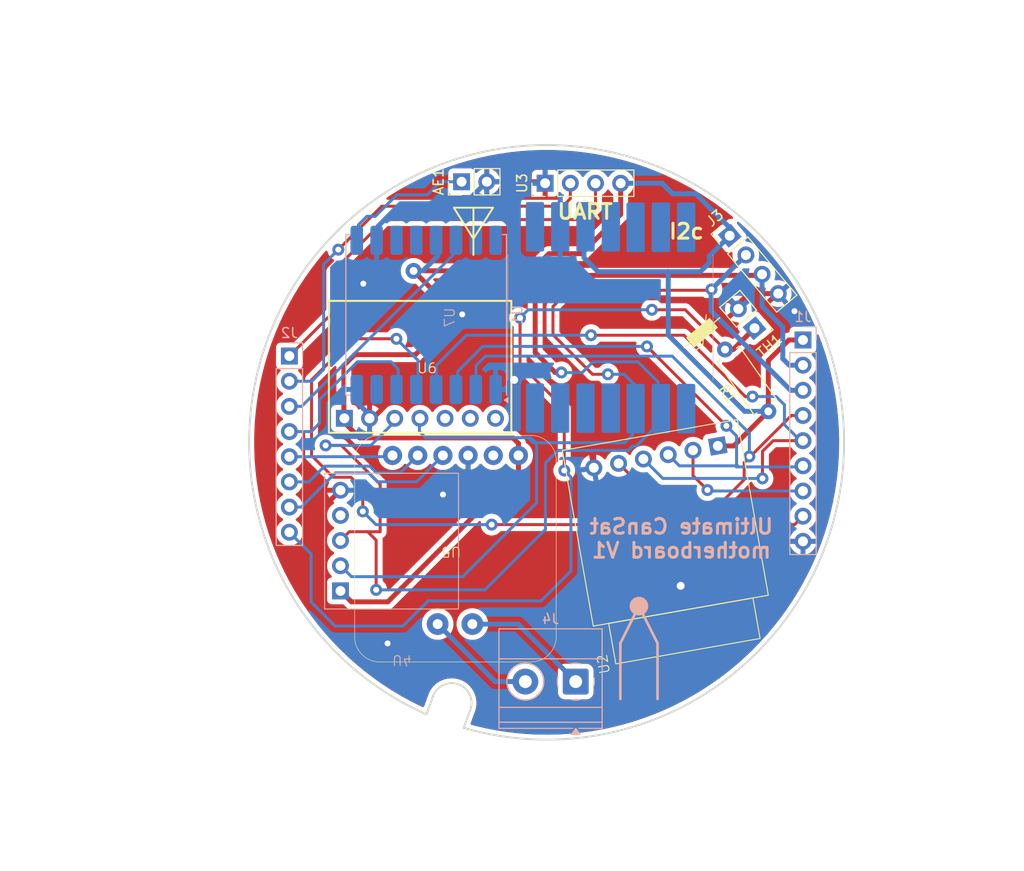
<source format=kicad_pcb>
(kicad_pcb (version 20241229) (generator "pcbnew") (generator_version "9.0")
  (layers (0 "F.Cu" signal) (2 "B.Cu" signal) (13 "F.Paste" user) (15 "B.Paste" user) (5 "F.SilkS" user "F.Silkscreen") (7 "B.SilkS" user "B.Silkscreen") (1 "F.Mask" user) (3 "B.Mask" user) (25 "Edge.Cuts" user))
  (net 0 "")
  (net 1 "GND")
  (net 2 "+3.3V")
  (net 3 "SCL")
  (net 4 "SDA")
  (net 5 "Net-(AE1-A)")
  (net 6 "CS1")
  (net 7 "CLK")
  (net 8 "MISO")
  (net 9 "MOSI")
  (net 10 "CS2")
  (net 11 "DO")
  (net 12 "RESET")
  (net 13 "Rx")
  (net 14 "Tx")
  (net 15 "CS3")
  (net 16 "Thermistor")
  (net 17 "DIO0")
  (net 18 "CLK1")
  (net 29 "Net-(J4-Pin_2)")
  (net 30 "Net-(J4-Pin_1)")
  (footprint "CanSat:MicroSd card" (layer "F.Cu") (at 144.656869 110.673759 100)
    (property "Reference" "U2" (at -10.807167 4.950365 100) (layer "F.SilkS") (effects (font (thickness 0.1))))
    (property "Value" "~")
    (pad "1" thru_hole rect (at 8.874999 20.125004 280) (size 1.7 1.7) (drill 1) (layers "*.Cu" "*.Mask") (net 2 "+3.3V"))
    (pad "2" thru_hole oval (at 8.874998 17.585007 280) (size 1.7 1.7) (drill 1) (layers "*.Cu" "*.Mask") (net 6 "CS1"))
    (pad "3" thru_hole oval (at 8.875 15.045006 280) (size 1.7 1.7) (drill 1) (layers "*.Cu" "*.Mask") (net 9 "MOSI"))
    (pad "4" thru_hole oval (at 8.875008 12.505008 280) (size 1.7 1.7) (drill 1) (layers "*.Cu" "*.Mask") (net 7 "CLK"))
    (pad "5" thru_hole oval (at 8.875002 9.964989 280) (size 1.7 1.7) (drill 1) (layers "*.Cu" "*.Mask") (net 8 "MISO"))
    (pad "6" thru_hole oval (at 8.875006 7.425004 280) (size 1.7 1.7) (drill 1) (layers "*.Cu" "*.Mask") (net 1 "GND"))
  )
  (footprint "Connector_PinHeader_2.54mm:PinHeader_1x02_P2.54mm_Vertical" (layer "F.Cu") (at 137.095001 71.780001 90)
    (property "Reference" "AE1" (at -0.000002 -2.33 90) (layer "F.SilkS"))
    (property "Value" "Antenna_Shield")
    (pad "1" thru_hole rect (at 0 0 90) (size 1.7 1.7) (drill 1) (layers "*.Cu" "*.Mask") (net 5 "Net-(AE1-A)"))
    (pad "2" thru_hole oval (at 0 2.54 90) (size 1.7 1.7) (drill 1) (layers "*.Cu" "*.Mask") (net 1 "GND"))
  )
  (footprint "Connector_PinHeader_2.54mm:PinHeader_1x04_P2.54mm_Vertical" (layer "F.Cu") (at 145.519999 71.929999 90)
    (property "Reference" "U3" (at -0.000002 -2.33 90) (layer "F.SilkS"))
    (property "Value" "~")
    (pad "1" thru_hole rect (at 0 0 90) (size 1.7 1.7) (drill 1) (layers "*.Cu" "*.Mask") (net 1 "GND"))
    (pad "2" thru_hole oval (at 0 2.54 90) (size 1.7 1.7) (drill 1) (layers "*.Cu" "*.Mask") (net 14 "Tx"))
    (pad "3" thru_hole oval (at 0 5.08 90) (size 1.7 1.7) (drill 1) (layers "*.Cu" "*.Mask") (net 13 "Rx"))
    (pad "4" thru_hole oval (at 0 7.62 90) (size 1.7 1.7) (drill 1) (layers "*.Cu" "*.Mask") (net 2 "+3.3V"))
  )
  (footprint "CanSat:Max31855" (layer "F.Cu") (at 136.053547 108.624548 180)
    (property "Reference" "U5" (at 0 -0.5 180) (layer "F.SilkS") (effects (font (thickness 0.1))))
    (property "Value" "~")
    (pad "1" thru_hole circle (at 1.37355 -7.79345 180) (size 2.1844 2.1844) (drill 1) (layers "*.Cu" "*.Mask") (net 29 "Net-(J4-Pin_2)"))
    (pad "2" thru_hole circle (at -2.12645 -7.79345 180) (size 2.1844 2.1844) (drill 1) (layers "*.Cu" "*.Mask") (net 30 "Net-(J4-Pin_1)"))
    (pad "3" thru_hole circle (at -6.776451 9.224549 270) (size 1.9304 1.9304) (drill 1) (layers "*.Cu" "*.Mask") (net 2 "+3.3V"))
    (pad "4" thru_hole circle (at -4.236451 9.224549 270) (size 1.9304 1.9304) (drill 1) (layers "*.Cu" "*.Mask"))
    (pad "5" thru_hole circle (at -1.696451 9.224549 270) (size 1.9304 1.9304) (drill 1) (layers "*.Cu" "*.Mask") (net 1 "GND"))
    (pad "6" thru_hole circle (at 0.843549 9.224549 270) (size 1.9304 1.9304) (drill 1) (layers "*.Cu" "*.Mask") (net 11 "DO"))
    (pad "7" thru_hole circle (at 3.383549 9.224549 270) (size 1.9304 1.9304) (drill 1) (layers "*.Cu" "*.Mask") (net 15 "CS3"))
    (pad "8" thru_hole circle (at 5.923549 9.224549 270) (size 1.9304 1.9304) (drill 1) (layers "*.Cu" "*.Mask") (net 18 "CLK1"))
  )
  (footprint "Connector_PinHeader_2.54mm:PinHeader_1x04_P2.54mm_Vertical" (layer "F.Cu") (at 164.134639 77.228496 40)
    (property "Reference" "J3" (at 0.000001 -2.329999 40) (layer "F.SilkS"))
    (property "Value" "Conn_01x04")
    (pad "1" thru_hole rect (at 0 0 40) (size 1.7 1.7) (drill 1) (layers "*.Cu" "*.Mask") (net 2 "+3.3V"))
    (pad "2" thru_hole oval (at 0 2.54 40) (size 1.7 1.7) (drill 1) (layers "*.Cu" "*.Mask") (net 4 "SDA"))
    (pad "3" thru_hole oval (at 0 5.08 40) (size 1.7 1.7) (drill 1) (layers "*.Cu" "*.Mask") (net 3 "SCL"))
    (pad "4" thru_hole oval (at 0 7.620001 40) (size 1.7 1.7) (drill 1) (layers "*.Cu" "*.Mask") (net 1 "GND"))
  )
  (footprint "CanSat:MS5611" (layer "F.Cu") (at 133.611002 91.105005)
    (property "Reference" "U6" (at 0.000001 -0.500001 0) (layer "F.SilkS") (effects (font (thickness 0.1))))
    (property "Value" "~")
    (pad "1" thru_hole rect (at -8.340001 4.549998 90) (size 1.7 1.7) (drill 1) (layers "*.Cu" "*.Mask") (net 2 "+3.3V"))
    (pad "2" thru_hole oval (at -5.799998 4.550002 90) (size 1.7 1.7) (drill 1) (layers "*.Cu" "*.Mask") (net 1 "GND"))
    (pad "3" thru_hole oval (at -3.260005 4.549999 90) (size 1.7 1.7) (drill 1) (layers "*.Cu" "*.Mask") (net 3 "SCL"))
    (pad "4" thru_hole oval (at -0.72 4.549999 90) (size 1.7 1.7) (drill 1) (layers "*.Cu" "*.Mask") (net 4 "SDA"))
    (pad "5" thru_hole oval (at 1.819999 4.549997 90) (size 1.7 1.7) (drill 1) (layers "*.Cu" "*.Mask"))
    (pad "6" thru_hole oval (at 4.359998 4.549997 90) (size 1.7 1.7) (drill 1) (layers "*.Cu" "*.Mask"))
    (pad "7" thru_hole oval (at 6.899998 4.549995 90) (size 1.7 1.7) (drill 1) (layers "*.Cu" "*.Mask"))
  )
  (footprint "Connector_PinHeader_2.54mm:PinHeader_1x02_P2.54mm_Vertical" (layer "F.Cu") (at 166.64 86.56 -140)
    (property "Reference" "TH1" (at -0.000002 -2.329988 40) (layer "F.SilkS"))
    (property "Value" "Thermistor_NTC")
    (pad "1" thru_hole rect (at 0 0 220) (size 1.7 1.7) (drill 1) (layers "*.Cu" "*.Mask") (net 16 "Thermistor"))
    (pad "2" thru_hole oval (at 0 2.54 220) (size 1.7 1.7) (drill 1) (layers "*.Cu" "*.Mask") (net 1 "GND"))
  )
  (footprint "Resistor_THT:R_Axial_DIN0207_L6.3mm_D2.5mm_P7.62mm_Horizontal" (layer "F.Cu") (at 168.030662 94.951946 125)
    (property "Reference" "R1" (at 3.810001 -2.37 125) (layer "F.SilkS"))
    (property "Value" "10K")
    (pad "1" thru_hole circle (at 0 0 125) (size 1.6 1.6) (drill 0.8) (layers "*.Cu" "*.Mask") (net 2 "+3.3V"))
    (pad "2" thru_hole oval (at 7.62 0.000001 125) (size 1.6 1.6) (drill 0.8) (layers "*.Cu" "*.Mask") (net 16 "Thermistor"))
  )
  (footprint "Connector_PinHeader_2.54mm:PinHeader_1x08_P2.54mm_Vertical" (layer "B.Cu") (at 119.725 89.37 180)
    (property "Reference" "J2" (at 0 2.33 0) (layer "B.SilkS") (effects (justify mirror)))
    (property "Value" "Conn_01x08_Pin")
    (pad "1" thru_hole rect (at 0 0 180) (size 1.7 1.7) (drill 1) (layers "*.Cu" "*.Mask") (net 13 "Rx"))
    (pad "2" thru_hole oval (at 0 -2.54 180) (size 1.7 1.7) (drill 1) (layers "*.Cu" "*.Mask") (net 14 "Tx"))
    (pad "3" thru_hole oval (at 0 -5.08 180) (size 1.7 1.7) (drill 1) (layers "*.Cu" "*.Mask") (net 17 "DIO0"))
    (pad "4" thru_hole oval (at 0 -7.62 180) (size 1.7 1.7) (drill 1) (layers "*.Cu" "*.Mask") (net 12 "RESET"))
    (pad "5" thru_hole oval (at 0 -10.16 180) (size 1.7 1.7) (drill 1) (layers "*.Cu" "*.Mask") (net 18 "CLK1"))
    (pad "6" thru_hole oval (at 0 -12.7 180) (size 1.7 1.7) (drill 1) (layers "*.Cu" "*.Mask") (net 15 "CS3"))
    (pad "7" thru_hole oval (at 0 -15.24 180) (size 1.7 1.7) (drill 1) (layers "*.Cu" "*.Mask") (net 11 "DO"))
    (pad "8" thru_hole oval (at 0 -17.78 180) (size 1.7 1.7) (drill 1) (layers "*.Cu" "*.Mask") (net 16 "Thermistor"))
  )
  (footprint "RF_Module:HOPERF_RFM9XW_SMD" (layer "B.Cu") (at 133.524 85.213 90)
    (property "Reference" "U1" (at 0 9.200002 90) (layer "B.SilkS") (effects (justify mirror)))
    (property "Value" "RFM95W-868S2")
    (pad "1" smd roundrect (at -7.525 7 90) (size 2.95 1.27) (layers "B.Cu" "B.Mask" "B.Paste") (net 1 "GND"))
    (pad "2" smd roundrect (at -7.525 5 90) (size 2.95 1.27) (layers "B.Cu" "B.Mask" "B.Paste") (net 8 "MISO"))
    (pad "3" smd roundrect (at -7.525 3 90) (size 2.95 1.27) (layers "B.Cu" "B.Mask" "B.Paste") (net 9 "MOSI"))
    (pad "4" smd roundrect (at -7.525 1 90) (size 2.95 1.27) (layers "B.Cu" "B.Mask" "B.Paste") (net 7 "CLK"))
    (pad "5" smd roundrect (at -7.525 -1 90) (size 2.95 1.27) (layers "B.Cu" "B.Mask" "B.Paste") (net 10 "CS2"))
    (pad "6" smd roundrect (at -7.525 -3 90) (size 2.95 1.27) (layers "B.Cu" "B.Mask" "B.Paste") (net 12 "RESET"))
    (pad "7" smd roundrect (at -7.525 -5 90) (size 2.95 1.27) (layers "B.Cu" "B.Mask" "B.Paste"))
    (pad "8" smd roundrect (at -7.525 -7 90) (size 2.95 1.27) (layers "B.Cu" "B.Mask" "B.Paste") (net 1 "GND"))
    (pad "9" smd roundrect (at 7.525 -7 90) (size 2.95 1.27) (layers "B.Cu" "B.Mask" "B.Paste") (net 5 "Net-(AE1-A)"))
    (pad "10" smd roundrect (at 7.525 -5 90) (size 2.95 1.27) (layers "B.Cu" "B.Mask" "B.Paste") (net 1 "GND"))
    (pad "11" smd roundrect (at 7.525 -3 90) (size 2.95 1.27) (layers "B.Cu" "B.Mask" "B.Paste"))
    (pad "12" smd roundrect (at 7.525 -1 90) (size 2.95 1.27) (layers "B.Cu" "B.Mask" "B.Paste"))
    (pad "13" smd roundrect (at 7.525 1 90) (size 2.95 1.27) (layers "B.Cu" "B.Mask" "B.Paste") (net 2 "+3.3V"))
    (pad "14" smd roundrect (at 7.525 3 90) (size 2.95 1.27) (layers "B.Cu" "B.Mask" "B.Paste") (net 17 "DIO0"))
    (pad "15" smd roundrect (at 7.525 5 90) (size 2.95 1.27) (layers "B.Cu" "B.Mask" "B.Paste"))
    (pad "16" smd roundrect (at 7.525 7 90) (size 2.95 1.27) (layers "B.Cu" "B.Mask" "B.Paste"))
  )
  (footprint "CanSat:RTC" (layer "B.Cu") (at 130.155001 118.945)
    (property "Reference" "U4" (at 0.93 1.12 180) (layer "B.SilkS") (effects (font (thickness 0.1)) (justify mirror)))
    (property "Value" "~")
    (pad "1" thru_hole rect (at -5.275 -5.875) (size 1.7 1.7) (drill 1) (layers "*.Cu" "*.Mask") (net 2 "+3.3V"))
    (pad "2" thru_hole oval (at -5.275 -8.415) (size 1.7 1.7) (drill 1) (layers "*.Cu" "*.Mask") (net 4 "SDA"))
    (pad "3" thru_hole oval (at -5.275 -10.955) (size 1.7 1.7) (drill 1) (layers "*.Cu" "*.Mask") (net 3 "SCL"))
    (pad "4" thru_hole oval (at -5.275 -13.495) (size 1.7 1.7) (drill 1) (layers "*.Cu" "*.Mask"))
    (pad "5" thru_hole oval (at -5.275 -16.035) (size 1.7 1.7) (drill 1) (layers "*.Cu" "*.Mask") (net 1 "GND"))
  )
  (footprint "TerminalBlock_Phoenix:TerminalBlock_Phoenix_MKDS-1,5-2-5.08_1x02_P5.08mm_Horizontal" (layer "B.Cu") (at 148.605 122.2225 180)
    (property "Reference" "J4" (at 2.54 6.32 0) (layer "B.SilkS") (effects (justify mirror)))
    (property "Value" "Screw_Terminal_01x02")
    (pad "1" thru_hole roundrect (at 0 0 180) (size 2.6 2.6) (drill 1.3) (layers "*.Cu" "*.Mask") (roundrect_rratio 0.096154) (net 30 "Net-(J4-Pin_1)"))
    (pad "2" thru_hole circle (at 5.08 0 180) (size 2.6 2.6) (drill 1.3) (layers "*.Cu" "*.Mask") (net 29 "Net-(J4-Pin_2)"))
  )
  (footprint "CanSat:BNO055+BMP280 adafruit" (layer "B.Cu") (at 133.694 108.927 -90)
    (property "Reference" "U7" (at -23.449999 -2.2 90) (layer "B.SilkS") (effects (font (thickness 0.1)) (justify mirror)))
    (property "Value" "~")
    (pad "1" smd roundrect (at -32.6 -10.8 270) (size 5 1.85) (layers "B.Cu" "B.Mask" "B.Paste") (roundrect_rratio 0.1))
    (pad "2" smd roundrect (at -32.6 -13.35 270) (size 5 1.85) (layers "B.Cu" "B.Mask" "B.Paste") (roundrect_rratio 0.1) (net 1 "GND"))
    (pad "3" smd roundrect (at -32.6 -15.9 270) (size 5 1.85) (layers "B.Cu" "B.Mask" "B.Paste") (roundrect_rratio 0.1) (net 2 "+3.3V"))
    (pad "4" smd roundrect (at -32.6 -18.45 270) (size 5 1.85) (layers "B.Cu" "B.Mask" "B.Paste") (roundrect_rratio 0.1))
    (pad "5" smd roundrect (at -32.55 -20.95 270) (size 5 1.85) (layers "B.Cu" "B.Mask" "B.Paste") (roundrect_rratio 0.1))
    (pad "6" smd roundrect (at -32.55 -23.5 270) (size 5 1.85) (layers "B.Cu" "B.Mask" "B.Paste") (roundrect_rratio 0.1))
    (pad "7" smd roundrect (at -32.55 -26.05 270) (size 5 1.85) (layers "B.Cu" "B.Mask" "B.Paste") (roundrect_rratio 0.1))
    (pad "8" smd roundrect (at -14.3 -10.8 270) (size 5 1.85) (layers "B.Cu" "B.Mask" "B.Paste") (roundrect_rratio 0.1))
    (pad "9" smd roundrect (at -14.3 -13.35 270) (size 5 1.85) (layers "B.Cu" "B.Mask" "B.Paste") (roundrect_rratio 0.1))
    (pad "10" smd roundrect (at -14.3 -15.9 270) (size 5 1.85) (layers "B.Cu" "B.Mask" "B.Paste") (roundrect_rratio 0.1))
    (pad "11" smd roundrect (at -14.3 -18.45 270) (size 5 1.85) (layers "B.Cu" "B.Mask" "B.Paste") (roundrect_rratio 0.1))
    (pad "12" smd roundrect (at -14.25 -20.95 270) (size 5 1.85) (layers "B.Cu" "B.Mask" "B.Paste") (roundrect_rratio 0.1) (net 4 "SDA"))
    (pad "13" smd roundrect (at -14.25 -23.5 270) (size 5 1.85) (layers "B.Cu" "B.Mask" "B.Paste") (roundrect_rratio 0.1) (net 3 "SCL"))
    (pad "14" smd roundrect (at -14.25 -26.05 270) (size 5 1.85) (layers "B.Cu" "B.Mask" "B.Paste") (roundrect_rratio 0.1))
  )
  (footprint "Connector_PinHeader_2.54mm:PinHeader_1x09_P2.54mm_Vertical" (layer "B.Cu") (at 171.525 87.75 180)
    (property "Reference" "J1" (at 0 2.33 0) (layer "B.SilkS") (effects (justify mirror)))
    (property "Value" "Conn_01x09_Pin")
    (pad "1" thru_hole rect (at 0 0 180) (size 1.7 1.7) (drill 1) (layers "*.Cu" "*.Mask") (net 2 "+3.3V"))
    (pad "2" thru_hole oval (at 0 -2.54 180) (size 1.7 1.7) (drill 1) (layers "*.Cu" "*.Mask") (net 3 "SCL"))
    (pad "3" thru_hole oval (at 0 -5.08 180) (size 1.7 1.7) (drill 1) (layers "*.Cu" "*.Mask") (net 4 "SDA"))
    (pad "4" thru_hole oval (at 0 -7.62 180) (size 1.7 1.7) (drill 1) (layers "*.Cu" "*.Mask") (net 8 "MISO"))
    (pad "5" thru_hole oval (at 0 -10.16 180) (size 1.7 1.7) (drill 1) (layers "*.Cu" "*.Mask") (net 7 "CLK"))
    (pad "6" thru_hole oval (at 0 -12.7 180) (size 1.7 1.7) (drill 1) (layers "*.Cu" "*.Mask") (net 9 "MOSI"))
    (pad "7" thru_hole oval (at 0 -15.24 180) (size 1.7 1.7) (drill 1) (layers "*.Cu" "*.Mask") (net 6 "CS1"))
    (pad "8" thru_hole oval (at 0 -17.78 180) (size 1.7 1.7) (drill 1) (layers "*.Cu" "*.Mask") (net 10 "CS2"))
    (pad "9" thru_hole oval (at 0 -20.32 180) (size 1.7 1.7) (drill 1) (layers "*.Cu" "*.Mask") (net 1 "GND"))
  )
  (gr_poly (pts (xy 138.285998 77.53575) (xy 136.312461 74.4) (xy 140.267536 74.4)) (stroke (width 0.192317)) (fill no) (layer "F.SilkS"))
  (gr_line (start 160.664798 88.842887) (end 161.421947 88.207562) (stroke (width 0.104041)) (layer "F.SilkS"))
  (gr_line (start 161.421947 88.207562) (end 161.778052 85.192438) (stroke (width 0.104041)) (layer "F.SilkS"))
  (gr_line (start 162.52846 86.005815) (end 163.126211 85.504241) (stroke (width 0.130051)) (layer "F.SilkS"))
  (gr_line (start 138.285998 79.166381) (end 138.29 74.4) (stroke (width 0.192317)) (layer "F.SilkS"))
  (gr_poly (pts (xy 162.854828 86.495924) (xy 160.563449 88.418619) (xy 159.811092 87.521995) (xy 162.102469 85.599299)) (stroke (width 0.130051)) (fill yes) (layer "F.SilkS"))
  (gr_line (start 159.539708 88.513675) (end 160.137458 88.012103) (stroke (width 0.130051)) (layer "F.SilkS"))
  (gr_line (start 153.104999 118.353271) (end 153.104998 123.978273) (stroke (width 0.264583)) (layer "B.SilkS"))
  (gr_line (start 154.979997 114.603279) (end 153.104999 118.353271) (stroke (width 0.264583)) (layer "B.SilkS"))
  (gr_poly (pts (xy 155.01279 115.108941) (xy 155.045476 115.105757) (xy 155.077942 115.100456) (xy 155.110093 115.093028) (xy 155.141815 115.08348) (xy 155.173012 115.071813) (xy 155.203558 115.058022) (xy 155.23336 115.04211) (xy 155.247882 115.033406) (xy 155.262046 115.024254) (xy 155.275845 115.014679) (xy 155.289269 115.004693) (xy 155.302306 114.994301) (xy 155.314964 114.983514) (xy 155.327228 114.97235) (xy 155.339096 114.960816) (xy 155.350556 114.948921) (xy 155.361599 114.936683) (xy 155.372228 114.924109) (xy 155.382428 114.91122) (xy 155.392199 114.898009) (xy 155.401523 114.884505) (xy 155.41041 114.870706) (xy 155.418832 114.856636) (xy 155.42681 114.842304) (xy 155.434313 114.827708) (xy 155.441348 114.812875) (xy 155.447904 114.797815) (xy 155.453967 114.782531) (xy 155.459544 114.767043) (xy 155.464619 114.751361) (xy 155.469188 114.735487) (xy 155.473247 114.719447) (xy 155.476781 114.70324) (xy 155.479794 114.686888) (xy 155.482273 114.670393) (xy 155.48421 114.653777) (xy 155.485603 114.63704) (xy 155.486447 114.620203) (xy 155.486726 114.603271) (xy 155.485603 114.569502) (xy 155.482273 114.536149) (xy 155.476785 114.503306) (xy 155.46919 114.47106) (xy 155.459543 114.439502) (xy 155.447903 114.408728) (xy 155.434316 114.378835) (xy 155.418838 114.349909) (xy 155.401527 114.322041) (xy 155.382433 114.295327) (xy 155.3616 114.269861) (xy 155.339096 114.245734) (xy 155.314962 114.22303) (xy 155.289264 114.201855) (xy 155.262042 114.182292) (xy 155.233366 114.164433) (xy 155.203558 114.148522) (xy 155.173009 114.134732) (xy 155.141816 114.123066) (xy 155.110095 114.113515) (xy 155.077942 114.106094) (xy 155.045473 114.100787) (xy 155.012791 114.097602) (xy 154.980004 114.096544) (xy 154.947209 114.097605) (xy 154.914526 114.100787) (xy 154.882054 114.106089) (xy 154.849908 114.113515) (xy 154.818181 114.123062) (xy 154.786989 114.134728) (xy 154.756438 114.148518) (xy 154.726641 114.164431) (xy 154.712115 114.173143) (xy 154.697953 114.182287) (xy 154.684158 114.191864) (xy 154.670732 114.201851) (xy 154.657689 114.212246) (xy 154.645033 114.223031) (xy 154.632771 114.234197) (xy 154.620903 114.245728) (xy 154.60945 114.257622) (xy 154.598396 114.269863) (xy 154.587774 114.282431) (xy 154.577573 114.295323) (xy 154.567803 114.308535) (xy 154.55847 114.32204) (xy 154.549584 114.335836) (xy 154.541159 114.349908) (xy 154.53319 114.364241) (xy 154.525681 114.378837) (xy 154.518651 114.39367) (xy 154.5121 114.40873) (xy 154.506033 114.424014) (xy 154.500456 114.4395) (xy 154.49538 114.45519) (xy 154.49081 114.471057) (xy 154.486754 114.4871) (xy 154.483216 114.503304) (xy 154.480205 114.519659) (xy 154.477728 114.536153) (xy 154.475786 114.552766) (xy 154.474392 114.569503) (xy 154.473551 114.586341) (xy 154.473267 114.603271) (xy 154.474392 114.637039) (xy 154.477726 114.670395) (xy 154.483217 114.703241) (xy 154.490812 114.735489) (xy 154.500456 114.767039) (xy 154.512096 114.797813) (xy 154.525678 114.827711) (xy 154.541166 114.856643) (xy 154.558473 114.884501) (xy 154.577568 114.911212) (xy 154.598399 114.936686) (xy 154.620907 114.960813) (xy 154.645032 114.983512) (xy 154.670735 115.00469) (xy 154.697951 115.024261) (xy 154.726639 115.042115) (xy 154.756442 115.058024) (xy 154.786994 115.071813) (xy 154.818182 115.083483) (xy 154.849905 115.093026) (xy 154.882054 115.100452) (xy 154.91453 115.105758) (xy 154.947208 115.108941) (xy 154.98 115.11)) (stroke (width 0.861603)) (fill yes) (layer "B.SilkS"))
  (gr_line (start 156.854998 123.978272) (end 156.854999 118.353271) (stroke (width 0.264583)) (layer "B.SilkS"))
  (gr_line (start 156.854999 118.353271) (end 154.979997 114.603279) (stroke (width 0.264583)) (layer "B.SilkS"))
  (gr_line (start 133.55243 125.52165) (end 134.21364 123.704988) (stroke (width 0.2)) (layer "Edge.Cuts"))
  (gr_line (start 137.972417 125.073064) (end 137.311213 126.88973) (stroke (width 0.2)) (layer "Edge.Cuts"))
  (gr_arc (start 134.21364 123.704988) (mid 136.77708 122.509644) (end 137.972417 125.073064) (stroke (width 0.2)) (layer "Edge.Cuts"))
  (gr_arc (start 133.55243 125.52165) (mid 155.930207 69.886849) (end 137.311213 126.88973) (stroke (width 0.2)) (layer "Edge.Cuts"))
  (gr_text "I2c" (at 157.86 77.67 0) (layer "F.SilkS") (effects (font (size 1.5 1.5) (thickness 0.3) (bold yes)) (justify left bottom)))
  (gr_text "UART" (at 146.6 75.68 0) (layer "F.SilkS") (effects (font (size 1.5 1.5) (thickness 0.3) (bold yes)) (justify left bottom)))
  (gr_text "Ultimate CanSat\nmotherboard V1" (at 159.26 109.87 -0) (layer "B.SilkS") (effects (font (size 1.5 1.5) (thickness 0.3) (bold yes)) (justify bottom mirror)))
  (segment (start 124.880001 102.91) (end 122.23 105.560001) (width 0.5) (layer "F.Cu") (net 1))
  (segment (start 122.23 114.54) (end 126.06 118.37) (width 0.5) (layer "F.Cu") (net 1))
  (segment (start 139.635002 71.780001) (end 145.370001 71.780001) (width 0.5) (layer "F.Cu") (net 1))
  (segment (start 159.19 112.56) (end 159.43 112.32) (width 0.5) (layer "F.Cu") (net 1))
  (segment (start 166.044245 83.065755) (end 169.03268 83.065755) (width 0.5) (layer "F.Cu") (net 1))
  (segment (start 137.749998 99.399999) (end 137.749998 100.810002) (width 0.5) (layer "F.Cu") (net 1))
  (segment (start 157.69 83.49) (end 150.01 83.49) (width 0.5) (layer "F.Cu") (net 1))
  (segment (start 137.749998 100.810002) (end 135.215 103.345) (width 0.5) (layer "F.Cu") (net 1))
  (segment (start 165.007318 84.102682) (end 166.044245 83.065755) (width 0.5) (layer "F.Cu") (net 1))
  (segment (start 152.83 96.78) (end 151.01 96.78) (width 0.5) (layer "F.Cu") (net 1))
  (segment (start 135.215 103.345) (end 135.19 103.37) (width 0.5) (layer "F.Cu") (net 1))
  (segment (start 151.01 96.78) (end 150.427943 97.362057) (width 0.5) (layer "F.Cu") (net 1))
  (segment (start 126.06 118.37) (end 129.63 118.37) (width 0.5) (layer "F.Cu") (net 1))
  (segment (start 149.44 118.37) (end 153.38 118.37) (width 0.5) (layer "F.Cu") (net 1))
  (segment (start 150.3 89.72) (end 152.77 89.72) (width 0.5) (layer "F.Cu") (net 1))
  (segment (start 148.2 85.3) (end 148.2 87.62) (width 0.5) (layer "F.Cu") (net 1))
  (segment (start 165.007318 84.614245) (end 165.007318 84.102682) (width 0.5) (layer "F.Cu") (net 1))
  (segment (start 164.157318 83.764245) (end 157.964245 83.764245) (width 0.5) (layer "F.Cu") (net 1))
  (segment (start 155.45 92.4) (end 155.45 94.16) (width 0.5) (layer "F.Cu") (net 1))
  (segment (start 152.77 89.72) (end 155.45 92.4) (width 0.5) (layer "F.Cu") (net 1))
  (segment (start 153.38 118.37) (end 159.19 112.56) (width 0.5) (layer "F.Cu") (net 1))
  (segment (start 137.16 86.630013) (end 137.16 85.17) (width 0.5) (layer "F.Cu") (net 1))
  (segment (start 157.964245 83.764245) (end 157.69 83.49) (width 0.5) (layer "F.Cu") (net 1))
  (segment (start 122.23 106.86) (end 122.23 114.54) (width 0.5) (layer "F.Cu") (net 1))
  (segment (start 127.76 96.030013) (end 137.16 86.630013) (width 0.5) (layer "F.Cu") (net 1))
  (segment (start 122.23 105.560001) (end 122.23 106.86) (width 0.5) (layer "F.Cu") (net 1))
  (segment (start 165.007318 84.614245) (end 164.157318 83.764245) (width 0.5) (layer "F.Cu") (net 1))
  (segment (start 155.45 94.16) (end 152.83 96.78) (width 0.5) (layer "F.Cu") (net 1))
  (segment (start 148.2 87.62) (end 150.3 89.72) (width 0.5) (layer "F.Cu") (net 1))
  (segment (start 150.01 83.49) (end 148.2 85.3) (width 0.5) (layer "F.Cu") (net 1))
  (segment (start 145.370001 71.780001) (end 145.519999 71.929999) (width 0.5) (layer "F.Cu") (net 1))
  (segment (start 129.63 118.37) (end 149.44 118.37) (width 0.5) (layer "F.Cu") (net 1))
  (segment (start 150.427943 97.362057) (end 150.427943 100.644251) (width 0.5) (layer "F.Cu") (net 1))
  (via (at 127.18 82.07) (size 1.2) (drill 0.6) (layers "F.Cu" "B.Cu") (net 1))
  (via (at 142.395 91.775) (size 1.6) (drill 0.8) (layers "F.Cu" "B.Cu") (net 1))
  (via (at 159.19 112.56) (size 1.6) (drill 0.8) (layers "F.Cu" "B.Cu") (net 1))
  (via (at 129.63 118.37) (size 1.2) (drill 0.6) (layers "F.Cu" "B.Cu") (net 1))
  (via (at 135.215 103.345) (size 1.2) (drill 0.6) (layers "F.Cu" "B.Cu") (net 1))
  (via (at 170.67 84.84) (size 1.2) (drill 0.6) (layers "F.Cu" "B.Cu") (net 1))
  (via (at 137.16 85.17) (size 1.2) (drill 0.6) (layers "F.Cu" "B.Cu") (net 1))
  (segment (start 141.400008 92.769992) (end 142.395 91.775) (width 0.5) (layer "B.Cu") (net 1))
  (segment (start 126.700005 94.190005) (end 126.700005 92.769992) (width 0.5) (layer "B.Cu") (net 1))
  (segment (start 140.700005 92.769992) (end 141.400008 92.769992) (width 0.5) (layer "B.Cu") (net 1))
  (segment (start 142.395 91.775) (end 142.55 91.62) (width 0.5) (layer "B.Cu") (net 1))
  (segment (start 127.76 95.25) (end 126.700005 94.190005) (width 0.5) (layer "B.Cu") (net 1))
  (segment (start 124.880001 102.91) (end 134.78 102.91) (width 0.5) (layer "B.Cu") (net 1))
  (segment (start 134.78 102.91) (end 135.215 103.345) (width 0.5) (layer "B.Cu") (net 1))
  (segment (start 130.554998 74.39) (end 128.700007 76.244991) (width 0.5) (layer "B.Cu") (net 1))
  (segment (start 127.76 96.030013) (end 127.76 95.25) (width 0.5) (layer "B.Cu") (net 1))
  (segment (start 139.635002 71.780001) (end 137.025003 74.39) (width 0.5) (layer "B.Cu") (net 1))
  (segment (start 137.025003 74.39) (end 130.554998 74.39) (width 0.5) (layer "B.Cu") (net 1))
  (segment (start 128.700007 76.244991) (end 128.700007 77.719991) (width 0.5) (layer "B.Cu") (net 1))
  (segment (start 129.654999 114.175001) (end 142.829998 101.000002) (width 0.5) (layer "F.Cu") (net 2))
  (segment (start 142.27 97.63) (end 142.829998 98.189998) (width 0.5) (layer "F.Cu") (net 2))
  (segment (start 142.829998 98.189998) (end 142.829998 99.399999) (width 0.5) (layer "F.Cu") (net 2))
  (segment (start 164.543687 98.438921) (end 168.030662 94.951946) (width 0.5) (layer "F.Cu") (net 2))
  (segment (start 162.935001 98.438921) (end 164.543687 98.438921) (width 0.5) (layer "F.Cu") (net 2))
  (segment (start 171.525 87.75) (end 170.102 87.75) (width 0.5) (layer "F.Cu") (net 2))
  (segment (start 126.819998 97.63) (end 138.46 97.63) (width 0.5) (layer "F.Cu") (net 2))
  (segment (start 132.25 80.78) (end 132.26 80.77) (width 0.5) (layer "F.Cu") (net 2))
  (segment (start 134.7 86.96) (end 134.7 83.26) (width 0.5) (layer "F.Cu") (net 2))
  (segment (start 168.030662 89.821338) (end 168.030662 94.951946) (width 0.5) (layer "F.Cu") (net 2))
  (segment (start 142.829998 101.000002) (end 142.829998 99.399999) (width 0.5) (layer "F.Cu") (net 2))
  (segment (start 125.220002 96.030004) (end 125.220002 90.319998) (width 0.5) (layer "F.Cu") (net 2))
  (segment (start 134.7 83.26) (end 134.7 83.23) (width 0.5) (layer "F.Cu") (net 2))
  (segment (start 126.25 89.29) (end 126.31 89.23) (width 0.5) (layer "F.Cu") (net 2))
  (segment (start 132.26 80.77) (end 144.17 80.77) (width 0.5) (layer "F.Cu") (net 2))
  (segment (start 125.220002 96.030004) (end 126.819998 97.63) (width 0.5) (layer "F.Cu") (net 2))
  (segment (start 134.7 83.23) (end 132.25 80.78) (width 0.5) (layer "F.Cu") (net 2))
  (segment (start 125.220002 90.319998) (end 126.25 89.29) (width 0.5) (layer "F.Cu") (net 2))
  (segment (start 132.43 89.23) (end 134.35 87.31) (width 0.5) (layer "F.Cu") (net 2))
  (segment (start 131.69 89.23) (end 132.43 89.23) (width 0.5) (layer "F.Cu") (net 2))
  (segment (start 126.31 89.23) (end 131.69 89.23) (width 0.5) (layer "F.Cu") (net 2))
  (segment (start 125.985002 114.175001) (end 124.880001 113.07) (width 0.5) (layer "F.Cu") (net 2))
  (segment (start 153.14 75.08) (end 149.18 79.04) (width 0.5) (layer "F.Cu") (net 2))
  (segment (start 134.35 87.31) (end 134.7 86.96) (width 0.5) (layer "F.Cu") (net 2))
  (segment (start 145.9 79.04) (end 149.18 79.04) (width 0.5) (layer "F.Cu") (net 2))
  (segment (start 153.14 71.93) (end 153.14 75.08) (width 0.5) (layer "F.Cu") (net 2))
  (segment (start 141.76 97.63) (end 142.27 97.63) (width 0.5) (layer "F.Cu") (net 2))
  (segment (start 129.654999 114.175001) (end 125.985002 114.175001) (width 0.5) (layer "F.Cu") (net 2))
  (segment (start 138.46 97.63) (end 141.76 97.63) (width 0.5) (layer "F.Cu") (net 2))
  (segment (start 144.17 80.77) (end 145.9 79.04) (width 0.5) (layer "F.Cu") (net 2))
  (segment (start 170.102 87.75) (end 168.030662 89.821338) (width 0.5) (layer "F.Cu") (net 2))
  (via (at 132.25 80.78) (size 1.6) (drill 0.8) (layers "F.Cu" "B.Cu") (net 2))
  (segment (start 134.699999 79.270001) (end 134.699999 77.719989) (width 0.5) (layer "B.Cu") (net 2))
  (segment (start 162.09 79.95) (end 161.19 80.85) (width 0.5) (layer "B.Cu") (net 2))
  (segment (start 150.84 80.85) (end 149.440001 79.450001) (width 0.5) (layer "B.Cu") (net 2))
  (segment (start 133.19 80.78) (end 134.699999 79.270001) (width 0.5) (layer "B.Cu") (net 2))
  (segment (start 168.030662 94.951946) (end 165.631946 94.951946) (width 0.5) (layer "B.Cu") (net 2))
  (segment (start 162.09 79.273135) (end 162.09 79.95) (width 0.5) (layer "B.Cu") (net 2))
  (segment (start 132.25 80.78) (end 133.19 80.78) (width 0.5) (layer "B.Cu") (net 2))
  (segment (start 165.631946 94.951946) (end 157.94 87.26) (width 0.5) (layer "B.Cu") (net 2))
  (segment (start 161.19 80.85) (end 157.94 80.85) (width 0.5) (layer "B.Cu") (net 2))
  (segment (start 157.94 87.26) (end 157.94 80.85) (width 0.5) (layer "B.Cu") (net 2))
  (segment (start 149.440001 79.450001) (end 149.440001 76.36) (width 0.5) (layer "B.Cu") (net 2))
  (segment (start 158.367076 72.987076) (end 160.697076 72.987076) (width 0.5) (layer "B.Cu") (net 2))
  (segment (start 157.31 71.93) (end 158.367076 72.987076) (width 0.5) (layer "B.Cu") (net 2))
  (segment (start 153.14 71.93) (end 157.31 71.93) (width 0.5) (layer "B.Cu") (net 2))
  (segment (start 157.94 80.85) (end 150.84 80.85) (width 0.5) (layer "B.Cu") (net 2))
  (segment (start 160.697076 72.987076) (end 164.134639 76.424639) (width 0.5) (layer "B.Cu") (net 2))
  (segment (start 164.134639 76.424639) (end 164.134639 77.228496) (width 0.5) (layer "B.Cu") (net 2))
  (segment (start 164.134639 77.228496) (end 162.09 79.273135) (width 0.5) (layer "B.Cu") (net 2))
  (segment (start 128.477497 107.957497) (end 128.477497 112.967499) (width 0.3) (layer "F.Cu") (net 3))
  (segment (start 128.477497 112.967499) (end 128.427485 112.967499) (width 0.3) (layer "F.Cu") (net 3))
  (segment (start 127.62 107.1) (end 128.477497 107.957497) (width 0.3) (layer "F.Cu") (net 3))
  (segment (start 128.88 102.31) (end 124.96 98.39) (width 0.3) (layer "F.Cu") (net 3))
  (segment (start 147.157497 91.027499) (end 146.537497 91.027499) (width 0.5) (layer "F.Cu") (net 3))
  (segment (start 124.96 98.39) (end 123.38 98.39) (width 0.3) (layer "F.Cu") (net 3))
  (segment (start 124.880001 107.99) (end 125.770001 107.1) (width 0.3) (layer "F.Cu") (net 3))
  (segment (start 125.770001 107.1) (end 127.62 107.1) (width 0.3) (layer "F.Cu") (net 3))
  (segment (start 146.537497 91.027499) (end 144.517497 89.007499) (width 0.5) (layer "F.Cu") (net 3))
  (segment (start 127.62 107.1) (end 128.88 107.1) (width 0.3) (layer "F.Cu") (net 3))
  (segment (start 144.517497 89.007499) (end 144.517497 82.797499) (width 0.5) (layer "F.Cu") (net 3))
  (segment (start 146.087497 81.227499) (end 167.247497 81.227499) (width 0.5) (layer "F.Cu") (net 3))
  (segment (start 144.517497 82.797499) (end 146.087497 81.227499) (width 0.5) (layer "F.Cu") (net 3))
  (segment (start 128.88 107.1) (end 128.88 102.31) (width 0.3) (layer "F.Cu") (net 3))
  (via (at 147.157497 91.027499) (size 1.2) (drill 0.6) (layers "F.Cu" "B.Cu") (net 3))
  (via (at 123.38 98.39) (size 1.2) (drill 0.6) (layers "F.Cu" "B.Cu") (net 3))
  (via (at 128.477497 112.967499) (size 1.2) (drill 0.6) (layers "F.Cu" "B.Cu") (net 3))
  (segment (start 128.63 112.86) (end 128.54 112.86) (width 0.3) (layer "B.Cu") (net 3))
  (segment (start 169.489 89.639) (end 170.14 90.29) (width 0.5) (layer "B.Cu") (net 3))
  (segment (start 156.887498 96.277498) (end 154.697497 98.467499) (width 0.3) (layer "B.Cu") (net 3))
  (segment (start 154.317497 98.467499) (end 153.887497 98.897499) (width 0.3) (layer "B.Cu") (net 3))
  (segment (start 169.489 86.448) (end 169.489 89.639) (width 0.5) (layer "B.Cu") (net 3))
  (segment (start 170.14 90.29) (end 171.525 90.29) (width 0.5) (layer "B.Cu") (net 3))
  (segment (start 139.447497 112.967499) (end 128.477497 112.967499) (width 0.3) (layer "B.Cu") (net 3))
  (segment (start 146.817497 98.897499) (end 145.547497 100.167499) (width 0.3) (layer "B.Cu") (net 3))
  (segment (start 147.227997 91.037499) (end 149.262501 91.037499) (width 0.3) (layer "B.Cu") (net 3))
  (segment (start 149.262501 91.037499) (end 150.34 89.96) (width 0.3) (layer "B.Cu") (net 3))
  (segment (start 153.887497 98.897499) (end 146.817497 98.897499) (width 0.3) (layer "B.Cu") (net 3))
  (segment (start 154.89 89.96) (end 156.887498 91.957498) (width 0.3) (layer "B.Cu") (net 3))
  (segment (start 127.940004 98.39) (end 130.300001 96.030003) (width 0.3) (layer "B.Cu") (net 3))
  (segment (start 145.547497 106.867499) (end 139.447497 112.967499) (width 0.3) (layer "B.Cu") (net 3))
  (segment (start 145.547497 100.167499) (end 145.547497 106.867499) (width 0.3) (layer "B.Cu") (net 3))
  (segment (start 150.34 89.96) (end 154.89 89.96) (width 0.3) (layer "B.Cu") (net 3))
  (segment (start 167.4 84.359) (end 169.489 86.448) (width 0.5) (layer "B.Cu") (net 3))
  (segment (start 156.887498 91.957498) (end 156.887498 96.277498) (width 0.3) (layer "B.Cu") (net 3))
  (segment (start 167.4 81.12) (end 167.4 84.359) (width 0.5) (layer "B.Cu") (net 3))
  (segment (start 154.697497 98.467499) (end 154.317497 98.467499) (width 0.3) (layer "B.Cu") (net 3))
  (segment (start 123.38 98.39) (end 127.940004 98.39) (width 0.3) (layer "B.Cu") (net 3))
  (segment (start 147.95 82.73) (end 146.31 84.37) (width 0.3) (layer "F.Cu") (net 4))
  (segment (start 146.31 87.22) (end 150.3 91.21) (width 0.3) (layer "F.Cu") (net 4))
  (segment (start 162.28 82.73) (end 147.95 82.73) (width 0.3) (layer "F.Cu") (net 4))
  (segment (start 146.31 84.37) (end 146.31 87.22) (width 0.3) (layer "F.Cu") (net 4))
  (segment (start 150.3 91.21) (end 151.85 91.21) (width 0.3) (layer "F.Cu") (net 4))
  (via (at 162.295785 82.645785) (size 1.2) (drill 0.6) (layers "F.Cu" "B.Cu") (net 4))
  (via (at 151.85 91.21) (size 1.2) (drill 0.6) (layers "F.Cu" "B.Cu") (net 4))
  (segment (start 144.07 97.61) (end 142.56 97.61) (width 0.3) (layer "B.Cu") (net 4))
  (segment (start 133.47 97.61) (end 137.28 97.61) (width 0.3) (layer "B.Cu") (net 4))
  (segment (start 162.295785 82.645785) (end 165.76732 79.17425) (width 0.5) (layer "B.Cu") (net 4))
  (segment (start 153.490003 91.21) (end 151.85 91.21) (width 0.3) (layer "B.Cu") (net 4))
  (segment (start 154.490003 92.21) (end 153.490003 91.21) (width 0.3) (layer "B.Cu") (net 4))
  (segment (start 153.547497 98.117499) (end 144.317497 98.117499) (width 0.3) (layer "B.Cu") (net 4))
  (segment (start 144.317497 98.117499) (end 143.917497 97.717499) (width 0.3) (layer "B.Cu") (net 4))
  (segment (start 154.3375 94.817498) (end 154.3375 97.327496) (width 0.3) (layer "B.Cu") (net 4))
  (segment (start 137.205007 111.634993) (end 144.66 104.18) (width 0.3) (layer "B.Cu") (net 4))
  (segment (start 144.66 104.18) (end 144.66 98.2) (width 0.3) (layer "B.Cu") (net 4))
  (segment (start 132.840001 96.029999) (end 132.840001 96.980001) (width 0.3) (layer "B.Cu") (net 4))
  (segment (start 154.490003 94.709999) (end 154.490003 92.21) (width 0.3) (layer "B.Cu") (net 4))
  (segment (start 131.63 111.634993) (end 137.205007 111.634993) (width 0.3) (layer "B.Cu") (net 4))
  (segment (start 125.984994 111.634993) (end 131.63 111.634993) (width 0.3) (layer "B.Cu") (net 4))
  (segment (start 132.840001 96.980001) (end 133.21 97.35) (width 0.3) (layer "B.Cu") (net 4))
  (segment (start 162.26 84.81) (end 162.26 82.68157) (width 0.5) (layer "B.Cu") (net 4))
  (segment (start 154.3375 97.327496) (end 153.547497 98.117499) (width 0.3) (layer "B.Cu") (net 4))
  (segment (start 162.26 82.68157) (end 162.295785 82.645785) (width 0.5) (layer "B.Cu") (net 4))
  (segment (start 170.28 92.83) (end 162.26 84.81) (width 0.5) (layer "B.Cu") (net 4))
  (segment (start 171.525 92.83) (end 170.28 92.83) (width 0.5) (layer "B.Cu") (net 4))
  (segment (start 133.21 97.35) (end 133.47 97.61) (width 0.3) (layer "B.Cu") (net 4))
  (segment (start 151.85 91.21) (end 151.81 91.21) (width 0.3) (layer "B.Cu") (net 4))
  (segment (start 137.28 97.61) (end 142.56 97.61) (width 0.3) (layer "B.Cu") (net 4))
  (segment (start 124.880001 110.53) (end 125.984994 111.634993) (width 0.3) (layer "B.Cu") (net 4))
  (segment (start 144.66 98.2) (end 144.07 97.61) (width 0.3) (layer "B.Cu") (net 4))
  (segment (start 128.39 75.27) (end 127.55 75.27) (width 0.3) (layer "B.Cu") (net 5))
  (segment (start 126.700005 76.119995) (end 126.700005 77.719992) (width 0.3) (layer "B.Cu") (net 5))
  (segment (start 134.97 71.780001) (end 133.650001 73.1) (width 0.3) (layer "B.Cu") (net 5))
  (segment (start 133.650001 73.1) (end 130.56 73.1) (width 0.3) (layer "B.Cu") (net 5))
  (segment (start 127.55 75.27) (end 126.700005 76.119995) (width 0.3) (layer "B.Cu") (net 5))
  (segment (start 137.095001 71.780001) (end 134.97 71.780001) (width 0.3) (layer "B.Cu") (net 5))
  (segment (start 130.56 73.1) (end 128.39 75.27) (width 0.3) (layer "B.Cu") (net 5))
  (segment (start 161.89 102.89) (end 160.433585 101.433585) (width 0.3) (layer "F.Cu") (net 6))
  (segment (start 160.433585 101.433585) (end 160.433585 98.879992) (width 0.3) (layer "F.Cu") (net 6))
  (via (at 161.89 102.89) (size 1.2) (drill 0.6) (layers "F.Cu" "B.Cu") (net 6))
  (segment (start 161.89 102.89) (end 161.66 102.66) (width 0.3) (layer "B.Cu") (net 6))
  (segment (start 161.99 102.99) (end 161.89 102.89) (width 0.3) (layer "B.Cu") (net 6))
  (segment (start 171.525 102.99) (end 161.99 102.99) (width 0.3) (layer "B.Cu") (net 6))
  (segment (start 171.525 97.91) (end 168.52 97.91) (width 0.3) (layer "F.Cu") (net 7))
  (segment (start 159.517497 87.267499) (end 165.667497 93.417499) (width 0.3) (layer "F.Cu") (net 7))
  (segment (start 150.147497 87.267499) (end 159.517497 87.267499) (width 0.3) (layer "F.Cu") (net 7))
  (segment (start 167.44 98.99) (end 167.44 101.72) (width 0.3) (layer "F.Cu") (net 7))
  (segment (start 168.52 97.91) (end 167.44 98.99) (width 0.3) (layer "F.Cu") (net 7))
  (segment (start 166.58 93.35) (end 166.73 93.35) (width 0.3) (layer "F.Cu") (net 7))
  (segment (start 165.667497 93.417499) (end 165.707497 93.457499) (width 0.3) (layer "F.Cu") (net 7))
  (segment (start 165.707497 93.457499) (end 166.427497 93.457499) (width 0.3) (layer "F.Cu") (net 7))
  (via (at 167.44 101.72) (size 1.2) (drill 0.6) (layers "F.Cu" "B.Cu") (net 7))
  (via (at 166.427497 93.457499) (size 1.2) (drill 0.6) (layers "F.Cu" "B.Cu") (net 7))
  (via (at 150.147497 87.267499) (size 1.2) (drill 0.6) (layers "F.Cu" "B.Cu") (net 7))
  (segment (start 134.547507 90.307489) (end 136.267497 88.587499) (width 0.3) (layer "B.Cu") (net 7))
  (segment (start 169.657497 94.297499) (end 169.657497 96.302499) (width 0.3) (layer "B.Cu") (net 7))
  (segment (start 134.547507 92.877488) (end 134.547507 90.307489) (width 0.3) (layer "B.Cu") (net 7))
  (segment (start 168.817497 93.457499) (end 169.657497 94.297499) (width 0.3) (layer "B.Cu") (net 7))
  (segment (start 137.587497 87.267499) (end 150.147497 87.267499) (width 0.3) (layer "B.Cu") (net 7))
  (segment (start 166.427497 93.457499) (end 168.817497 93.457499) (width 0.3) (layer "B.Cu") (net 7))
  (segment (start 169.657497 96.302499) (end 171.372497 98.017499) (width 0.3) (layer "B.Cu") (net 7))
  (segment (start 155.430769 99.762111) (end 157.388658 101.72) (width 0.3) (layer "B.Cu") (net 7))
  (segment (start 157.388658 101.72) (end 167.44 101.72) (width 0.3) (layer "B.Cu") (net 7))
  (segment (start 136.267497 88.587499) (end 137.587497 87.267499) (width 0.3) (layer "B.Cu") (net 7))
  (segment (start 157.426145 104.7) (end 162.74 104.7) (width 0.3) (layer "F.Cu") (net 8))
  (segment (start 162.74 104.7) (end 165.59574 101.84426) (width 0.3) (layer "F.Cu") (net 8))
  (segment (start 165.59574 100.12574) (end 170.351479 95.37) (width 0.3) (layer "F.Cu") (net 8))
  (segment (start 170.351479 95.37) (end 171.525 95.37) (width 0.3) (layer "F.Cu") (net 8))
  (segment (start 152.929334 100.203189) (end 157.426145 104.7) (width 0.3) (layer "F.Cu") (net 8))
  (segment (start 165.59574 101.84426) (end 165.59574 100.12574) (width 0.3) (layer "F.Cu") (net 8))
  (via (at 166.117497 99.507499) (size 1.2) (drill 0.6) (layers "F.Cu" "B.Cu") (net 8))
  (segment (start 138.5475 92.877492) (end 138.5475 90.3325) (width 0.3) (layer "B.Cu") (net 8))
  (segment (start 166.117497 97.157499) (end 166.117497 99.507499) (width 0.3) (layer "B.Cu") (net 8))
  (segment (start 166.27 99.4) (end 166.27 99.43) (width 0.3) (layer "B.Cu") (net 8))
  (segment (start 139.5 89.38) (end 158.339998 89.38) (width 0.3) (layer "B.Cu") (net 8))
  (segment (start 158.339998 89.38) (end 166.117497 97.157499) (width 0.3) (layer "B.Cu") (net 8))
  (segment (start 138.5475 90.3325) (end 139.5 89.38) (width 0.3) (layer "B.Cu") (net 8))
  (segment (start 155.69 88.300002) (end 155.69 88.3) (width 0.3) (layer "F.Cu") (net 9))
  (segment (start 156.634999 89.245001) (end 155.789999 88.400001) (width 0.3) (layer "F.Cu") (net 9))
  (segment (start 156.634999 89.245001) (end 163.802497 96.412499) (width 0.3) (layer "F.Cu") (net 9))
  (segment (start 163.955 96.305) (end 164.05 96.4) (width 0.3) (layer "F.Cu") (net 9))
  (segment (start 156.147497 88.757499) (end 156.634999 89.245001) (width 0.3) (layer "F.Cu") (net 9))
  (segment (start 155.789999 88.400001) (end 155.69 88.300002) (width 0.3) (layer "F.Cu") (net 9))
  (via (at 155.789999 88.400001) (size 1.2) (drill 0.6) (layers "F.Cu" "B.Cu") (net 9))
  (via (at 163.802497 96.412499) (size 1.2) (drill 0.6) (layers "F.Cu" "B.Cu") (net 9))
  (segment (start 157.932183 99.321051) (end 159.061132 100.45) (width 0.3) (layer "B.Cu") (net 9))
  (segment (start 136.700002 90.919998) (end 136.700002 92.770002) (width 0.3) (layer "B.Cu") (net 9))
  (segment (start 155.789999 88.400001) (end 139.219999 88.400001) (width 0.3) (layer "B.Cu") (net 9))
  (segment (start 139.219999 88.400001) (end 136.700002 90.919998) (width 0.3) (layer "B.Cu") (net 9))
  (segment (start 164.827497 100.557499) (end 171.372497 100.557499) (width 0.3) (layer "B.Cu") (net 9))
  (segment (start 164.827497 97.437499) (end 164.827497 100.557499) (width 0.3) (layer "B.Cu") (net 9))
  (segment (start 163.802497 96.412499) (end 164.827497 97.437499) (width 0.3) (layer "B.Cu") (net 9))
  (segment (start 159.061132 100.45) (end 164.98 100.45) (width 0.3) (layer "B.Cu") (net 9))
  (segment (start 140.13 106.38) (end 170.675 106.38) (width 0.3) (layer "F.Cu") (net 10))
  (segment (start 170.675 106.38) (end 171.525 105.53) (width 0.3) (layer "F.Cu") (net 10))
  (segment (start 121.96 91.78) (end 121.96 99.41) (width 0.3) (layer "F.Cu") (net 10))
  (segment (start 122.89 90.85) (end 121.96 91.78) (width 0.3) (layer "F.Cu") (net 10))
  (segment (start 127.13 105.05) (end 127.13 105.32) (width 0.3) (layer "F.Cu") (net 10))
  (segment (start 127.13 102.8) (end 127.13 105.05) (width 0.3) (layer "F.Cu") (net 10))
  (segment (start 126.96 102.63) (end 127.13 102.8) (width 0.3) (layer "F.Cu") (net 10))
  (segment (start 130.52 87.63) (end 126.11 87.63) (width 0.3) (layer "F.Cu") (net 10))
  (segment (start 126.11 87.63) (end 122.89 90.85) (width 0.3) (layer "F.Cu") (net 10))
  (segment (start 125.49 101.6) (end 125.93 101.6) (width 0.3) (layer "F.Cu") (net 10))
  (segment (start 124.15 101.6) (end 125.49 101.6) (width 0.3) (layer "F.Cu") (net 10))
  (segment (start 125.93 101.6) (end 126.96 102.63) (width 0.3) (layer "F.Cu") (net 10))
  (segment (start 121.96 99.41) (end 124.15 101.6) (width 0.3) (layer "F.Cu") (net 10))
  (via (at 127.13 105.05) (size 1.2) (drill 0.6) (layers "F.Cu" "B.Cu") (net 10))
  (via (at 140.13 106.38) (size 1.2) (drill 0.6) (layers "F.Cu" "B.Cu") (net 10))
  (via (at 130.52 87.63) (size 1.2) (drill 0.6) (layers "F.Cu" "B.Cu") (net 10))
  (segment (start 127.13 105.05) (end 128.46 106.38) (width 0.3) (layer "B.Cu") (net 10))
  (segment (start 128.46 106.38) (end 135.44 106.38) (width 0.3) (layer "B.Cu") (net 10))
  (segment (start 135.44 106.38) (end 140.13 106.38) (width 0.3) (layer "B.Cu") (net 10))
  (segment (start 132.700011 92.769995) (end 132.700011 89.810011) (width 0.3) (layer "B.Cu") (net 10))
  (segment (start 132.700011 89.810011) (end 130.52 87.63) (width 0.3) (layer "B.Cu") (net 10))
  (segment (start 120.927081 104.61) (end 119.725 104.61) (width 0.3) (layer "B.Cu") (net 11))
  (segment (start 124.377081 101.16) (end 120.927081 104.61) (width 0.3) (layer "B.Cu") (net 11))
  (segment (start 127.7 101.16) (end 124.377081 101.16) (width 0.3) (layer "B.Cu") (net 11))
  (segment (start 135.209998 99.399999) (end 132.549997 102.06) (width 0.3) (layer "B.Cu") (net 11))
  (segment (start 128.6 102.06) (end 127.7 101.16) (width 0.3) (layer "B.Cu") (net 11))
  (segment (start 132.549997 102.06) (end 128.6 102.06) (width 0.3) (layer "B.Cu") (net 11))
  (segment (start 129.97 89.95) (end 130.7 90.68) (width 0.3) (layer "B.Cu") (net 12))
  (segment (start 122.77 96.15) (end 122.77 93.77) (width 0.3) (layer "B.Cu") (net 12))
  (segment (start 122.77 93.77) (end 126.59 89.95) (width 0.3) (layer "B.Cu") (net 12))
  (segment (start 121.93 96.99) (end 122.77 96.15) (width 0.3) (layer "B.Cu") (net 12))
  (segment (start 126.59 89.95) (end 129.97 89.95) (width 0.3) (layer "B.Cu") (net 12))
  (segment (start 119.725 96.99) (end 121.93 96.99) (width 0.3) (layer "B.Cu") (net 12))
  (segment (start 130.7 90.68) (end 130.7 92.769982) (width 0.3) (layer "B.Cu") (net 12))
  (segment (start 124.1 84.995) (end 124.1 80.86) (width 0.3) (layer "F.Cu") (net 13))
  (segment (start 150.599999 74.380001) (end 150.599999 71.929998) (width 0.3) (layer "F.Cu") (net 13))
  (segment (start 124.1 80.86) (end 129.36 75.6) (width 0.3) (layer "F.Cu") (net 13))
  (segment (start 149.38 75.6) (end 150.599999 74.380001) (width 0.3) (layer "F.Cu") (net 13))
  (segment (start 129.36 75.6) (end 149.38 75.6) (width 0.3) (layer "F.Cu") (net 13))
  (segment (start 119.725 89.37) (end 124.1 84.995) (width 0.3) (layer "F.Cu") (net 13))
  (segment (start 147.29 74.25) (end 148.06 73.48) (width 0.3) (layer "F.Cu") (net 14))
  (segment (start 124.66 78.63) (end 129.04 74.25) (width 0.3) (layer "F.Cu") (net 14))
  (segment (start 148.06 73.48) (end 148.06 71.929999) (width 0.3) (layer "F.Cu") (net 14))
  (segment (start 129.04 74.25) (end 147.29 74.25) (width 0.3) (layer "F.Cu") (net 14))
  (via (at 124.66 78.63) (size 1.2) (drill 0.6) (layers "F.Cu" "B.Cu") (net 14))
  (segment (start 121.99 91.91) (end 122.69 91.21) (width 0.3) (layer "B.Cu") (net 14))
  (segment (start 122.69 91.21) (end 123.18 90.72) (width 0.3) (layer "B.Cu") (net 14))
  (segment (start 123.18 80.11) (end 124.66 78.63) (width 0.3) (layer "B.Cu") (net 14))
  (segment (start 123.18 84.22) (end 123.18 80.11) (width 0.3) (layer "B.Cu") (net 14))
  (segment (start 123.18 90.72) (end 123.18 84.22) (width 0.3) (layer "B.Cu") (net 14))
  (segment (start 119.725 91.91) (end 121.99 91.91) (width 0.3) (layer "B.Cu") (net 14))
  (segment (start 123.28 100.48) (end 121.69 102.07) (width 0.3) (layer "B.Cu") (net 15))
  (segment (start 127.84 100.48) (end 123.28 100.48) (width 0.3) (layer "B.Cu") (net 15))
  (segment (start 128.5 101.14) (end 127.84 100.48) (width 0.3) (layer "B.Cu") (net 15))
  (segment (start 130.929997 101.14) (end 128.5 101.14) (width 0.3) (layer "B.Cu") (net 15))
  (segment (start 132.669998 99.399999) (end 130.929997 101.14) (width 0.3) (layer "B.Cu") (net 15))
  (segment (start 121.69 102.07) (end 119.725 102.07) (width 0.3) (layer "B.Cu") (net 15))
  (segment (start 159.65 84.7) (end 163.66 88.71) (width 0.3) (layer "F.Cu") (net 16))
  (segment (start 156.29 84.7) (end 159.65 84.7) (width 0.3) (layer "F.Cu") (net 16))
  (segment (start 164.49 88.71) (end 166.64 86.56) (width 0.5) (layer "F.Cu") (net 16))
  (segment (start 147.45 100.92) (end 147.45 94.66) (width 0.3) (layer "F.Cu") (net 16))
  (segment (start 147.45 94.66) (end 143.54 90.75) (width 0.3) (layer "F.Cu") (net 16))
  (segment (start 142.99 90.2) (end 142.99 85.52) (width 0.3) (layer "F.Cu") (net 16))
  (segment (start 143.54 90.75) (end 142.99 90.2) (width 0.3) (layer "F.Cu") (net 16))
  (segment (start 163.66 88.71) (end 164.49 88.71) (width 0.5) (layer "F.Cu") (net 16))
  (via (at 147.45 100.92) (size 1.2) (drill 0.6) (layers "F.Cu" "B.Cu") (net 16))
  (via (at 156.29 84.7) (size 1.2) (drill 0.6) (layers "F.Cu" "B.Cu") (net 16))
  (via (at 142.99 85.52) (size 1.2) (drill 0.6) (layers "F.Cu" "B.Cu") (net 16))
  (segment (start 124.14 116.42) (end 124.34 116.62) (width 0.3) (layer "B.Cu") (net 16))
  (segment (start 133.72 114.08) (end 139.6 114.08) (width 0.3) (layer "B.Cu") (net 16))
  (segment (start 131.18 116.62) (end 133.2 114.6) (width 0.3) (layer "B.Cu") (net 16))
  (segment (start 121.92 109.345) (end 121.92 110.13) (width 0.3) (layer "B.Cu") (net 16))
  (segment (start 142.99 85.52) (end 143.81 84.7) (width 0.3) (layer "B.Cu") (net 16))
  (segment (start 147.45 100.92) (end 147.39 100.86) (width 0.3) (layer "B.Cu") (net 16))
  (segment (start 148.12 111.07) (end 148.12 101.85) (width 0.3) (layer "B.Cu") (net 16))
  (segment (start 119.725 107.15) (end 121.92 109.345) (width 0.3) (layer "B.Cu") (net 16))
  (segment (start 148.12 101.59) (end 147.45 100.92) (width 0.3) (layer "B.Cu") (net 16))
  (segment (start 143.81 84.7) (end 156.29 84.7) (width 0.3) (layer "B.Cu") (net 16))
  (segment (start 129.57 116.62) (end 131.18 116.62) (width 0.3) (layer "B.Cu") (net 16))
  (segment (start 156.29 84.7) (end 156.5 84.7) (width 0.3) (layer "B.Cu") (net 16))
  (segment (start 145.11 114.08) (end 148.12 111.07) (width 0.3) (layer "B.Cu") (net 16))
  (segment (start 121.92 110.13) (end 121.92 114.2) (width 0.3) (layer "B.Cu") (net 16))
  (segment (start 124.34 116.62) (end 129.57 116.62) (width 0.3) (layer "B.Cu") (net 16))
  (segment (start 148.12 101.85) (end 148.12 101.59) (width 0.3) (layer "B.Cu") (net 16))
  (segment (start 133.2 114.6) (end 133.72 114.08) (width 0.3) (layer "B.Cu") (net 16))
  (segment (start 121.92 114.2) (end 124.14 116.42) (width 0.3) (layer "B.Cu") (net 16))
  (segment (start 139.6 114.08) (end 145.11 114.08) (width 0.3) (layer "B.Cu") (net 16))
  (segment (start 136.70001 78.70999) (end 136.70001 77.720002) (width 0.3) (layer "B.Cu") (net 17))
  (segment (start 119.725 94.45) (end 120.96 94.45) (width 0.3) (layer "B.Cu") (net 17))
  (segment (start 120.96 94.45) (end 136.70001 78.70999) (width 0.3) (layer "B.Cu") (net 17))
  (segment (start 129.999997 99.53) (end 130.129998 99.399999) (width 0.3) (layer "B.Cu") (net 18))
  (segment (start 119.725 99.53) (end 129.999997 99.53) (width 0.3) (layer "B.Cu") (net 18))
  (segment (start 134.679997 116.417998) (end 140.484499 122.2225) (width 0.5) (layer "B.Cu") (net 29))
  (segment (start 140.484499 122.2225) (end 143.525 122.2225) (width 0.5) (layer "B.Cu") (net 29))
  (segment (start 142.800498 116.417998) (end 148.605 122.2225) (width 0.5) (layer "B.Cu") (net 30))
  (segment (start 138.179997 116.417998) (end 142.800498 116.417998) (width 0.5) (layer "B.Cu") (net 30))
  (zone (net 1) (net_name "GND") (layers "F.Cu" "B.Cu") (connect_pads (clearance 0.5)) (min_thickness 0.25) (fill yes (thermal_gap 0.5) (thermal_bridge_width 0.5))
    (polygon (pts (xy 97.49 53.44) (xy 193.82 55.07) (xy 189.97 137.34) (xy 90.54 141.33)))
  )
)
</source>
